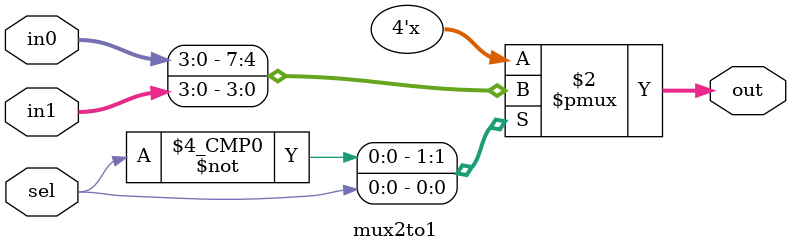
<source format=v>
module mux2to1(out, in0, in1, sel);
    parameter N = 4;
    output[N-1:0] out;
    input[N-1:0] in0, in1;
    input sel;
    
    reg[N-1:0] out;
    
    always@(*)
    begin
        case(sel)
            1'b0: out = in0;
            1'b1: out = in1;
        endcase
    end
endmodule

    
</source>
